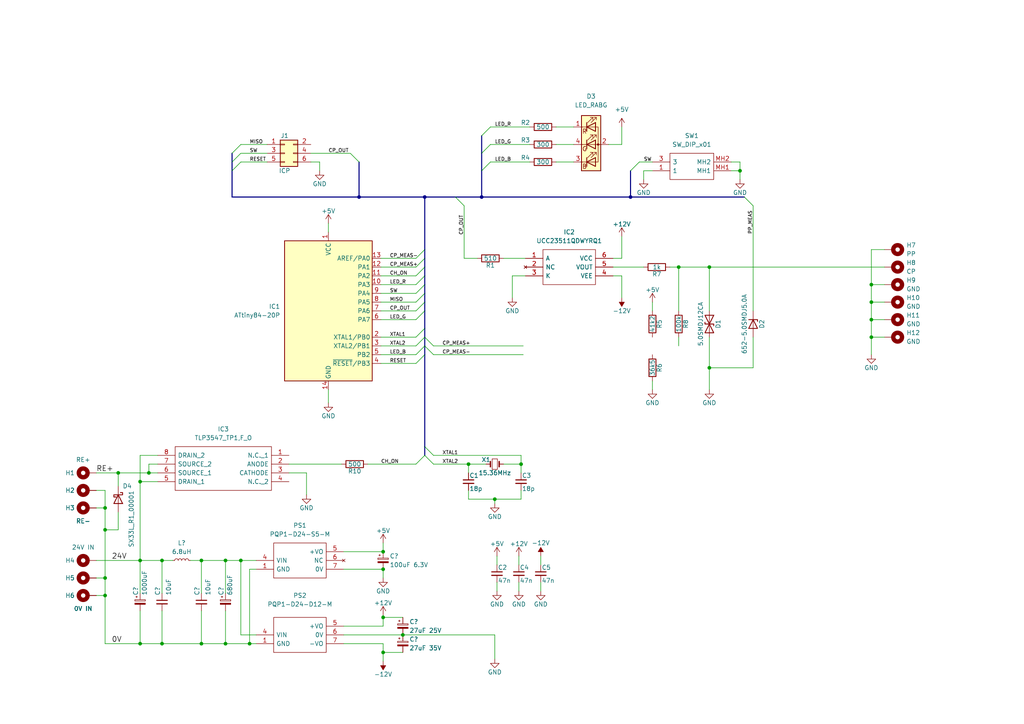
<source format=kicad_sch>
(kicad_sch (version 20211123) (generator eeschema)
  (paper "A4")
  (lib_symbols
    (symbol "Connector_Generic:Conn_02x03_Odd_Even" (pin_names (offset 1.016) hide)
      (property "Reference" "J" (at 1.27 5.08 0))
      (property "Value" "Conn_02x03_Odd_Even" (at 1.27 -5.08 0))
      (symbol "Conn_02x03_Odd_Even_1_1"
        (rectangle (start -1.27 -2.413) (end 0 -2.667) (stroke (width 0.1524)))
        (rectangle (start -1.27 0.127) (end 0 -0.127) (stroke (width 0.1524)))
        (rectangle (start -1.27 2.667) (end 0 2.413) (stroke (width 0.1524)))
        (rectangle (start -1.27 3.81) (end 3.81 -3.81) (stroke (width 0.254)) (fill (type background)))
        (rectangle (start 3.81 -2.413) (end 2.54 -2.667) (stroke (width 0.1524)))
        (rectangle (start 3.81 0.127) (end 2.54 -0.127) (stroke (width 0.1524)))
        (rectangle (start 3.81 2.667) (end 2.54 2.413) (stroke (width 0.1524)))
        (pin passive line (at -5.08 2.54 0) (length 3.81) (name "Pin_1") (number "1"))
        (pin passive line (at 7.62 2.54 180) (length 3.81) (name "Pin_2") (number "2"))
        (pin passive line (at -5.08 0 0) (length 3.81) (name "Pin_3") (number "3"))
        (pin passive line (at 7.62 0 180) (length 3.81) (name "Pin_4") (number "4"))
        (pin passive line (at -5.08 -2.54 0) (length 3.81) (name "Pin_5") (number "5"))
        (pin passive line (at 7.62 -2.54 180) (length 3.81) (name "Pin_6") (number "6"))
      )
    )
    (symbol "Device:C_Polarized_Small" (pin_numbers hide) (pin_names (offset 0.254) hide)
      (property "Reference" "C" (at 0.254 1.778 0))
      (property "Value" "C_Polarized_Small" (at 0.254 -2.032 0))
      (symbol "C_Polarized_Small_0_1"
        (rectangle (start -1.524 -0.3048) (end 1.524 -0.6858) (fill (type outline)))
        (rectangle (start -1.524 0.6858) (end 1.524 0.3048))
        (polyline (pts (xy -1.27 1.524) (xy -0.762 1.524)))
        (polyline (pts (xy -1.016 1.27) (xy -1.016 1.778)))
      )
      (symbol "C_Polarized_Small_1_1"
        (pin passive line (at 0 2.54 270) (length 1.8542) (name "~") (number "1"))
        (pin passive line (at 0 -2.54 90) (length 1.8542) (name "~") (number "2"))
      )
    )
    (symbol "Device:C_Small" (pin_numbers hide) (pin_names (offset 0.254) hide)
      (property "Reference" "C" (at 0.254 1.778 0))
      (property "Value" "C_Small" (at 0.254 -2.032 0))
      (symbol "C_Small_0_1"
        (polyline (pts (xy -1.524 -0.508) (xy 1.524 -0.508)) (stroke (width 0.3302)))
        (polyline (pts (xy -1.524 0.508) (xy 1.524 0.508)) (stroke (width 0.3048)))
      )
      (symbol "C_Small_1_1"
        (pin passive line (at 0 2.54 270) (length 2.032) (name "~") (number "1"))
        (pin passive line (at 0 -2.54 90) (length 2.032) (name "~") (number "2"))
      )
    )
    (symbol "Device:Crystal_Small" (pin_numbers hide) (pin_names (offset 1.016) hide)
      (property "Reference" "Y" (at 0 2.54 0))
      (property "Value" "Crystal_Small" (at 0 -2.54 0))
      (symbol "Crystal_Small_0_1"
        (rectangle (start -0.762 -1.524) (end 0.762 1.524))
        (polyline (pts (xy -1.27 -0.762) (xy -1.27 0.762)) (stroke (width 0.381)))
        (polyline (pts (xy 1.27 -0.762) (xy 1.27 0.762)) (stroke (width 0.381)))
      )
      (symbol "Crystal_Small_1_1"
        (pin passive line (at -2.54 0 0) (length 1.27) (name "1") (number "1"))
        (pin passive line (at 2.54 0 180) (length 1.27) (name "2") (number "2"))
      )
    )
    (symbol "Device:D_Schottky" (pin_numbers hide) (pin_names (offset 1.016) hide)
      (property "Reference" "D" (at 0 2.54 0))
      (property "Value" "D_Schottky" (at 0 -2.54 0))
      (symbol "D_Schottky_0_1"
        (polyline (pts (xy 1.27 0) (xy -1.27 0)))
        (polyline (pts (xy 1.27 1.27) (xy 1.27 -1.27) (xy -1.27 0) (xy 1.27 1.27)) (stroke (width 0.254)))
        (polyline (pts (xy -1.905 0.635) (xy -1.905 1.27) (xy -1.27 1.27) (xy -1.27 -1.27) (xy -0.635 -1.27) (xy -0.635 -0.635)) (stroke (width 0.254)))
      )
      (symbol "D_Schottky_1_1"
        (pin passive line (at -3.81 0 0) (length 2.54) (name "K") (number "1"))
        (pin passive line (at 3.81 0 180) (length 2.54) (name "A") (number "2"))
      )
    )
    (symbol "Device:D_TVS" (pin_numbers hide) (pin_names (offset 1.016) hide)
      (property "Reference" "D" (at 0 2.54 0))
      (property "Value" "D_TVS" (at 0 -2.54 0))
      (symbol "D_TVS_0_1"
        (polyline (pts (xy 1.27 0) (xy -1.27 0)))
        (polyline (pts (xy 0.508 1.27) (xy 0 1.27) (xy 0 -1.27) (xy -0.508 -1.27)) (stroke (width 0.254)))
        (polyline (pts (xy -2.54 1.27) (xy -2.54 -1.27) (xy 2.54 1.27) (xy 2.54 -1.27) (xy -2.54 1.27)) (stroke (width 0.254)))
      )
      (symbol "D_TVS_1_1"
        (pin passive line (at -3.81 0 0) (length 2.54) (name "A1") (number "1"))
        (pin passive line (at 3.81 0 180) (length 2.54) (name "A2") (number "2"))
      )
    )
    (symbol "Device:D_Zener" (pin_numbers hide) (pin_names (offset 1.016) hide)
      (property "Reference" "D" (at 0 2.54 0))
      (property "Value" "D_Zener" (at 0 -2.54 0))
      (symbol "D_Zener_0_1"
        (polyline (pts (xy 1.27 0) (xy -1.27 0)))
        (polyline (pts (xy -1.27 -1.27) (xy -1.27 1.27) (xy -0.762 1.27)) (stroke (width 0.254)))
        (polyline (pts (xy 1.27 -1.27) (xy 1.27 1.27) (xy -1.27 0) (xy 1.27 -1.27)) (stroke (width 0.254)))
      )
      (symbol "D_Zener_1_1"
        (pin passive line (at -3.81 0 0) (length 2.54) (name "K") (number "1"))
        (pin passive line (at 3.81 0 180) (length 2.54) (name "A") (number "2"))
      )
    )
    (symbol "Device:LED_RABG" (pin_names (offset 0) hide)
      (property "Reference" "D" (at 0 9.398 0))
      (property "Value" "LED_RABG" (at 0 -8.89 0))
      (symbol "LED_RABG_0_0"
        (text "B" (at -1.905 -6.35 0) (effects (font (size 1.27 1.27))))
        (text "G" (at -1.905 -1.27 0) (effects (font (size 1.27 1.27))))
        (text "R" (at -1.905 3.81 0) (effects (font (size 1.27 1.27))))
      )
      (symbol "LED_RABG_0_1"
        (polyline (pts (xy -1.27 -5.08) (xy -2.54 -5.08)))
        (polyline (pts (xy -1.27 -5.08) (xy 1.27 -5.08)))
        (polyline (pts (xy -1.27 -3.81) (xy -1.27 -6.35)) (stroke (width 0.254)))
        (polyline (pts (xy -1.27 0) (xy -2.54 0)))
        (polyline (pts (xy -1.27 1.27) (xy -1.27 -1.27)) (stroke (width 0.254)))
        (polyline (pts (xy -1.27 5.08) (xy -2.54 5.08)))
        (polyline (pts (xy -1.27 5.08) (xy 1.27 5.08)))
        (polyline (pts (xy -1.27 6.35) (xy -1.27 3.81)) (stroke (width 0.254)))
        (polyline (pts (xy 1.27 0) (xy -1.27 0)))
        (polyline (pts (xy 1.27 0) (xy 2.54 0)))
        (polyline (pts (xy -1.27 1.27) (xy -1.27 -1.27) (xy -1.27 -1.27)))
        (polyline (pts (xy -1.27 6.35) (xy -1.27 3.81) (xy -1.27 3.81)))
        (polyline (pts (xy 1.27 -5.08) (xy 2.032 -5.08) (xy 2.032 5.08) (xy 1.27 5.08)))
        (polyline (pts (xy 1.27 -3.81) (xy 1.27 -6.35) (xy -1.27 -5.08) (xy 1.27 -3.81)) (stroke (width 0.254)))
        (polyline (pts (xy 1.27 1.27) (xy 1.27 -1.27) (xy -1.27 0) (xy 1.27 1.27)) (stroke (width 0.254)))
        (polyline (pts (xy 1.27 6.35) (xy 1.27 3.81) (xy -1.27 5.08) (xy 1.27 6.35)) (stroke (width 0.254)))
        (polyline (pts (xy -1.016 -3.81) (xy 0.508 -2.286) (xy -0.254 -2.286) (xy 0.508 -2.286) (xy 0.508 -3.048)))
        (polyline (pts (xy -1.016 1.27) (xy 0.508 2.794) (xy -0.254 2.794) (xy 0.508 2.794) (xy 0.508 2.032)))
        (polyline (pts (xy -1.016 6.35) (xy 0.508 7.874) (xy -0.254 7.874) (xy 0.508 7.874) (xy 0.508 7.112)))
        (polyline (pts (xy 0 -3.81) (xy 1.524 -2.286) (xy 0.762 -2.286) (xy 1.524 -2.286) (xy 1.524 -3.048)))
        (polyline (pts (xy 0 1.27) (xy 1.524 2.794) (xy 0.762 2.794) (xy 1.524 2.794) (xy 1.524 2.032)))
        (polyline (pts (xy 0 6.35) (xy 1.524 7.874) (xy 0.762 7.874) (xy 1.524 7.874) (xy 1.524 7.112)))
        (rectangle (start 1.27 -1.27) (end 1.27 1.27))
        (rectangle (start 1.27 1.27) (end 1.27 1.27))
        (rectangle (start 1.27 3.81) (end 1.27 6.35))
        (rectangle (start 1.27 6.35) (end 1.27 6.35))
        (circle (center 2.032 0) (radius 0.254) (fill (type outline)))
        (rectangle (start 2.794 8.382) (end -2.794 -7.62) (stroke (width 0.254)) (fill (type background)))
      )
      (symbol "LED_RABG_1_1"
        (pin passive line (at -5.08 5.08 0) (length 2.54) (name "RK") (number "1"))
        (pin passive line (at 5.08 0 180) (length 2.54) (name "A") (number "2"))
        (pin passive line (at -5.08 -5.08 0) (length 2.54) (name "BK") (number "3"))
        (pin passive line (at -5.08 0 0) (length 2.54) (name "GK") (number "4"))
      )
    )
    (symbol "Device:L_Small" (pin_numbers hide) (pin_names (offset 0.254) hide)
      (property "Reference" "L" (at 0.762 1.016 0))
      (property "Value" "L_Small" (at 0.762 -1.016 0))
      (symbol "L_Small_0_1"
        (arc (start 0 -2.032) (mid 0.508 -1.524) (end 0 -1.016))
        (arc (start 0 -1.016) (mid 0.508 -0.508) (end 0 0))
        (arc (start 0 0) (mid 0.508 0.508) (end 0 1.016))
        (arc (start 0 1.016) (mid 0.508 1.524) (end 0 2.032))
      )
      (symbol "L_Small_1_1"
        (pin passive line (at 0 2.54 270) (length 0.508) (name "~") (number "1"))
        (pin passive line (at 0 -2.54 90) (length 0.508) (name "~") (number "2"))
      )
    )
    (symbol "Device:R" (pin_numbers hide) (pin_names (offset 0))
      (property "Reference" "R" (at 2.032 0 90))
      (property "Value" "R" (at 0 0 90))
      (symbol "R_0_1"
        (rectangle (start -1.016 -2.54) (end 1.016 2.54) (stroke (width 0.254)))
      )
      (symbol "R_1_1"
        (pin passive line (at 0 3.81 270) (length 1.27) (name "~") (number "1"))
        (pin passive line (at 0 -3.81 90) (length 1.27) (name "~") (number "2"))
      )
    )
    (symbol "MCU_Microchip_ATtiny:ATtiny84-20P"
      (property "Reference" "U" (at -12.7 21.59 0))
      (property "Value" "ATtiny84-20P" (at 2.54 -21.59 0))
      (symbol "ATtiny84-20P_0_1"
        (rectangle (start -12.7 -20.32) (end 12.7 20.32) (stroke (width 0.254)) (fill (type background)))
      )
      (symbol "ATtiny84-20P_1_1"
        (pin power_in line (at 0 22.86 270) (length 2.54) (name "VCC") (number "1"))
        (pin bidirectional line (at 15.24 7.62 180) (length 2.54) (name "PA3") (number "10"))
        (pin bidirectional line (at 15.24 10.16 180) (length 2.54) (name "PA2") (number "11"))
        (pin bidirectional line (at 15.24 12.7 180) (length 2.54) (name "PA1") (number "12"))
        (pin bidirectional line (at 15.24 15.24 180) (length 2.54) (name "AREF/PA0") (number "13"))
        (pin power_in line (at 0 -22.86 90) (length 2.54) (name "GND") (number "14"))
        (pin bidirectional line (at 15.24 -7.62 180) (length 2.54) (name "XTAL1/PB0") (number "2"))
        (pin bidirectional line (at 15.24 -10.16 180) (length 2.54) (name "XTAL2/PB1") (number "3"))
        (pin bidirectional line (at 15.24 -15.24 180) (length 2.54) (name "~{RESET}/PB3") (number "4"))
        (pin bidirectional line (at 15.24 -12.7 180) (length 2.54) (name "PB2") (number "5"))
        (pin bidirectional line (at 15.24 -2.54 180) (length 2.54) (name "PA7") (number "6"))
        (pin bidirectional line (at 15.24 0 180) (length 2.54) (name "PA6") (number "7"))
        (pin bidirectional line (at 15.24 2.54 180) (length 2.54) (name "PA5") (number "8"))
        (pin bidirectional line (at 15.24 5.08 180) (length 2.54) (name "PA4") (number "9"))
      )
    )
    (symbol "Mechanical:MountingHole_Pad" (pin_numbers hide) (pin_names (offset 1.016) hide)
      (property "Reference" "H" (at 0 6.35 0))
      (property "Value" "MountingHole_Pad" (at 0 4.445 0))
      (symbol "MountingHole_Pad_0_1"
        (circle (center 0 1.27) (radius 1.27) (stroke (width 1.27)))
      )
      (symbol "MountingHole_Pad_1_1"
        (pin input line (at 0 -2.54 90) (length 2.54) (name "1") (number "1"))
      )
    )
    (symbol "PQP1-D24-S5-M_1" (pin_names (offset 0.762))
      (property "Reference" "PS?" (at 12.7 12.7 0))
      (property "Value" "PQP1-D24-D12-M" (at 12.7 10.16 0))
      (symbol "PQP1-D24-S5-M_1_0_0"
        (pin power_in line (at 0 0 0) (length 5.08) (name "GND") (number "1"))
        (pin power_in line (at 0 -2.54 0) (length 5.08) (name "VIN") (number "4"))
        (pin power_out line (at 25.4 -5.08 180) (length 5.08) (name "+VO") (number "5"))
        (pin power_out line (at 25.4 -2.54 180) (length 5.08) (name "0V") (number "6"))
        (pin power_out line (at 25.4 0 180) (length 5.08) (name "-VO") (number "7"))
      )
      (symbol "PQP1-D24-S5-M_1_0_1"
        (polyline (pts (xy 5.08 2.54) (xy 20.32 2.54) (xy 20.32 -7.62) (xy 5.08 -7.62) (xy 5.08 2.54)) (stroke (width 0.1524)))
      )
    )
    (symbol "SamacSys_Parts:PQP1-D24-S5-M" (pin_names (offset 0.762))
      (property "Reference" "PS" (at 21.59 7.62 0))
      (property "Value" "PQP1-D24-S5-M" (at 21.59 5.08 0))
      (symbol "PQP1-D24-S5-M_0_0"
        (pin passive line (at 0 0 0) (length 5.08) (name "GND") (number "1"))
        (pin passive line (at 0 -2.54 0) (length 5.08) (name "VIN") (number "4"))
        (pin passive line (at 25.4 -5.08 180) (length 5.08) (name "+VO") (number "5"))
        (pin no_connect line (at 25.4 -2.54 180) (length 5.08) (name "NC") (number "6"))
        (pin passive line (at 25.4 0 180) (length 5.08) (name "0V") (number "7"))
      )
      (symbol "PQP1-D24-S5-M_0_1"
        (polyline (pts (xy 5.08 2.54) (xy 20.32 2.54) (xy 20.32 -7.62) (xy 5.08 -7.62) (xy 5.08 2.54)) (stroke (width 0.1524)))
      )
    )
    (symbol "SamacSys_Parts:TLP3547_TP1,F_O" (pin_names (offset 0.762))
      (property "Reference" "IC" (at 34.29 7.62 0))
      (property "Value" "TLP3547_TP1,F_O" (at 34.29 5.08 0))
      (symbol "TLP3547_TP1,F_O_0_0"
        (pin passive line (at 0 0 0) (length 5.08) (name "N.C._1") (number "1"))
        (pin passive line (at 0 -2.54 0) (length 5.08) (name "ANODE") (number "2"))
        (pin passive line (at 0 -5.08 0) (length 5.08) (name "CATHODE") (number "3"))
        (pin passive line (at 0 -7.62 0) (length 5.08) (name "N.C._2") (number "4"))
        (pin passive line (at 38.1 -7.62 180) (length 5.08) (name "DRAIN_1") (number "5"))
        (pin passive line (at 38.1 -5.08 180) (length 5.08) (name "SOURCE_1") (number "6"))
        (pin passive line (at 38.1 -2.54 180) (length 5.08) (name "SOURCE_2") (number "7"))
        (pin passive line (at 38.1 0 180) (length 5.08) (name "DRAIN_2") (number "8"))
      )
      (symbol "TLP3547_TP1,F_O_0_1"
        (polyline (pts (xy 5.08 2.54) (xy 33.02 2.54) (xy 33.02 -10.16) (xy 5.08 -10.16) (xy 5.08 2.54)) (stroke (width 0.1524)))
      )
    )
    (symbol "SamacSys_Parts:TPA11CGRA004" (pin_names (offset 0.762))
      (property "Reference" "J" (at 19.05 7.62 0))
      (property "Value" "TPA11CGRA004" (at 19.05 5.08 0))
      (symbol "TPA11CGRA004_0_0"
        (pin passive line (at 22.86 -2.54 180) (length 5.08) (name "1") (number "1"))
        (pin passive line (at 22.86 0 180) (length 5.08) (name "3") (number "3"))
        (pin passive line (at 0 -2.54 0) (length 5.08) (name "MH1") (number "MH1"))
        (pin passive line (at 0 0 0) (length 5.08) (name "MH2") (number "MH2"))
      )
      (symbol "TPA11CGRA004_0_1"
        (polyline (pts (xy 5.08 2.54) (xy 17.78 2.54) (xy 17.78 -5.08) (xy 5.08 -5.08) (xy 5.08 2.54)) (stroke (width 0.1524)))
      )
    )
    (symbol "SamacSys_Parts:UCC23511QDWYRQ1" (pin_names (offset 0.762))
      (property "Reference" "IC" (at 21.59 7.62 0))
      (property "Value" "UCC23511QDWYRQ1" (at 21.59 5.08 0))
      (symbol "UCC23511QDWYRQ1_0_0"
        (pin passive line (at 0 0 0) (length 5.08) (name "A") (number "1"))
        (pin no_connect line (at 0 -2.54 0) (length 5.08) (name "NC") (number "2"))
        (pin passive line (at 0 -5.08 0) (length 5.08) (name "K") (number "3"))
        (pin passive line (at 25.4 -5.08 180) (length 5.08) (name "VEE") (number "4"))
        (pin passive line (at 25.4 -2.54 180) (length 5.08) (name "VOUT") (number "5"))
        (pin passive line (at 25.4 0 180) (length 5.08) (name "VCC") (number "6"))
      )
      (symbol "UCC23511QDWYRQ1_0_1"
        (polyline (pts (xy 5.08 2.54) (xy 20.32 2.54) (xy 20.32 -7.62) (xy 5.08 -7.62) (xy 5.08 2.54)) (stroke (width 0.1524)))
      )
    )
    (symbol "power:+12V" (power) (pin_names (offset 0))
      (property "Value" "+12V" (at 0 3.556 0))
      (symbol "+12V_0_1"
        (polyline (pts (xy -0.762 1.27) (xy 0 2.54)))
        (polyline (pts (xy 0 0) (xy 0 2.54)))
        (polyline (pts (xy 0 2.54) (xy 0.762 1.27)))
      )
      (symbol "+12V_1_1"
        (pin power_in line (at 0 0 90) (length 0) hide (name "+12V") (number "1"))
      )
    )
    (symbol "power:+5V" (power) (pin_names (offset 0))
      (property "Value" "+5V" (at 0 3.556 0))
      (symbol "+5V_0_1"
        (polyline (pts (xy -0.762 1.27) (xy 0 2.54)))
        (polyline (pts (xy 0 0) (xy 0 2.54)))
        (polyline (pts (xy 0 2.54) (xy 0.762 1.27)))
      )
      (symbol "+5V_1_1"
        (pin power_in line (at 0 0 90) (length 0) hide (name "+5V") (number "1"))
      )
    )
    (symbol "power:-12V" (power) (pin_names (offset 0))
      (property "Value" "-12V" (at 0 3.81 0))
      (symbol "-12V_0_0"
        (pin power_in line (at 0 0 90) (length 0) hide (name "-12V") (number "1"))
      )
      (symbol "-12V_0_1"
        (polyline (pts (xy 0 0) (xy 0 1.27) (xy 0.762 1.27) (xy 0 2.54) (xy -0.762 1.27) (xy 0 1.27)) (fill (type outline)))
      )
    )
    (symbol "power:GND" (power) (pin_names (offset 0))
      (property "Value" "GND" (at 0 -3.81 0))
      (symbol "GND_0_1"
        (polyline (pts (xy 0 0) (xy 0 -1.27) (xy 1.27 -1.27) (xy 0 -2.54) (xy -1.27 -1.27) (xy 0 -1.27)))
      )
      (symbol "GND_1_1"
        (pin power_in line (at 0 0 270) (length 0) hide (name "GND") (number "1"))
      )
    )
  )
  (junction (at 252.73 82.55))
  (junction (at 58.42 186.69))
  (junction (at 65.405 162.56))
  (junction (at 151.13 134.62))
  (junction (at 123.19 57.15))
  (junction (at 205.74 106.68))
  (junction (at 111.125 179.07))
  (junction (at 135.89 134.62))
  (junction (at 65.405 186.69))
  (junction (at 72.39 186.69))
  (junction (at 196.85 77.47))
  (junction (at 40.64 186.69))
  (junction (at 40.64 139.7))
  (junction (at 182.88 57.15))
  (junction (at 58.42 162.56))
  (junction (at 40.64 162.56))
  (junction (at 111.125 160.02))
  (junction (at 116.84 184.15))
  (junction (at 143.51 144.78))
  (junction (at 30.48 147.32))
  (junction (at 111.125 189.23))
  (junction (at 111.125 165.1))
  (junction (at 46.99 162.56))
  (junction (at 46.99 186.69))
  (junction (at 252.73 97.79))
  (junction (at 104.14 57.15))
  (junction (at 214.63 49.53))
  (junction (at 252.73 87.63))
  (junction (at 30.48 172.72))
  (junction (at 34.29 137.16))
  (junction (at 43.18 137.16))
  (junction (at 69.85 162.56))
  (junction (at 30.48 167.64))
  (junction (at 139.7 57.15))
  (junction (at 205.74 77.47))
  (junction (at 30.48 153.67))
  (junction (at 252.73 92.71))
  (bus_entry (at 120.65 97.79) (size 2.54 -2.54))
  (bus_entry (at 120.65 92.71) (size 2.54 -2.54))
  (bus_entry (at 120.65 102.87) (size 2.54 -2.54))
  (bus_entry (at 120.65 74.93) (size 2.54 -2.54))
  (bus_entry (at 120.65 87.63) (size 2.54 -2.54))
  (bus_entry (at 123.19 100.33) (size 2.54 2.54))
  (bus_entry (at 139.7 44.45) (size 2.54 -2.54))
  (bus_entry (at 120.65 105.41) (size 2.54 -2.54))
  (bus_entry (at 120.65 90.17) (size 2.54 -2.54))
  (bus_entry (at 139.7 39.37) (size 2.54 -2.54))
  (bus_entry (at 67.31 49.53) (size 2.54 -2.54))
  (bus_entry (at 67.31 44.45) (size 2.54 -2.54))
  (bus_entry (at 123.19 129.54) (size 2.54 2.54))
  (bus_entry (at 123.19 132.08) (size 2.54 2.54))
  (bus_entry (at 120.65 85.09) (size 2.54 -2.54))
  (bus_entry (at 120.65 82.55) (size 2.54 -2.54))
  (bus_entry (at 120.65 134.62) (size 2.54 -2.54))
  (bus_entry (at 101.6 44.45) (size 2.54 2.54))
  (bus_entry (at 120.65 77.47) (size 2.54 -2.54))
  (bus_entry (at 139.7 49.53) (size 2.54 -2.54))
  (bus_entry (at 120.65 80.01) (size 2.54 -2.54))
  (bus_entry (at 215.9 57.15) (size 2.54 2.54))
  (bus_entry (at 120.65 100.33) (size 2.54 -2.54))
  (bus_entry (at 132.08 57.15) (size 2.54 2.54))
  (bus_entry (at 185.42 46.99) (size -2.54 2.54))
  (bus_entry (at 123.19 97.79) (size 2.54 2.54))
  (bus_entry (at 67.31 46.99) (size 2.54 -2.54))
  (wire (pts (xy 111.125 179.07) (xy 111.125 178.435)))
  (wire (pts (xy 177.8 80.01) (xy 180.34 80.01)))
  (wire (pts (xy 111.125 160.02) (xy 111.125 157.48)))
  (wire (pts (xy 99.695 165.1) (xy 111.125 165.1)))
  (wire (pts (xy 153.67 36.83) (xy 142.24 36.83)))
  (wire (pts (xy 40.64 186.69) (xy 30.48 186.69)))
  (wire (pts (xy 27.94 147.32) (xy 30.48 147.32)))
  (wire (pts (xy 212.09 49.53) (xy 214.63 49.53)))
  (bus (pts (xy 123.19 74.93) (xy 123.19 77.47)))
  (bus (pts (xy 104.14 57.15) (xy 123.19 57.15)))
  (wire (pts (xy 111.125 179.07) (xy 116.84 179.07)))
  (wire (pts (xy 40.64 162.56) (xy 46.99 162.56)))
  (wire (pts (xy 205.74 106.68) (xy 218.44 106.68)))
  (wire (pts (xy 90.17 44.45) (xy 101.6 44.45)))
  (wire (pts (xy 69.85 184.15) (xy 69.85 162.56)))
  (wire (pts (xy 30.48 172.72) (xy 30.48 167.64)))
  (wire (pts (xy 77.47 44.45) (xy 69.85 44.45)))
  (wire (pts (xy 110.49 80.01) (xy 120.65 80.01)))
  (wire (pts (xy 177.8 74.93) (xy 180.34 74.93)))
  (wire (pts (xy 30.48 153.67) (xy 30.48 167.64)))
  (wire (pts (xy 151.13 134.62) (xy 151.13 137.16)))
  (bus (pts (xy 123.19 72.39) (xy 123.19 74.93)))
  (bus (pts (xy 123.19 90.17) (xy 123.19 95.25)))
  (wire (pts (xy 134.62 74.93) (xy 134.62 59.69)))
  (wire (pts (xy 65.405 186.69) (xy 58.42 186.69)))
  (wire (pts (xy 46.99 177.165) (xy 46.99 186.69)))
  (wire (pts (xy 146.05 74.93) (xy 152.4 74.93)))
  (wire (pts (xy 148.59 80.01) (xy 148.59 86.36)))
  (wire (pts (xy 110.49 90.17) (xy 120.65 90.17)))
  (bus (pts (xy 139.7 57.15) (xy 182.88 57.15)))
  (wire (pts (xy 72.39 165.1) (xy 72.39 186.69)))
  (wire (pts (xy 144.145 168.91) (xy 144.145 171.45)))
  (bus (pts (xy 123.19 129.54) (xy 123.19 132.08)))
  (wire (pts (xy 214.63 46.99) (xy 212.09 46.99)))
  (wire (pts (xy 177.8 77.47) (xy 186.69 77.47)))
  (bus (pts (xy 67.31 49.53) (xy 67.31 57.15)))
  (wire (pts (xy 125.73 100.33) (xy 151.765 100.33)))
  (wire (pts (xy 252.73 92.71) (xy 252.73 97.79)))
  (wire (pts (xy 74.295 184.15) (xy 69.85 184.15)))
  (bus (pts (xy 104.14 46.99) (xy 104.14 57.15)))
  (wire (pts (xy 46.99 162.56) (xy 50.165 162.56)))
  (wire (pts (xy 40.64 177.165) (xy 40.64 186.69)))
  (wire (pts (xy 99.695 184.15) (xy 116.84 184.15)))
  (bus (pts (xy 139.7 49.53) (xy 139.7 57.15)))
  (wire (pts (xy 196.85 77.47) (xy 196.85 90.17)))
  (bus (pts (xy 123.19 97.79) (xy 123.19 100.33)))
  (bus (pts (xy 123.19 85.09) (xy 123.19 87.63)))
  (wire (pts (xy 151.13 132.08) (xy 125.73 132.08)))
  (bus (pts (xy 123.19 100.33) (xy 123.19 102.87)))
  (wire (pts (xy 83.82 134.62) (xy 99.06 134.62)))
  (wire (pts (xy 110.49 100.33) (xy 120.65 100.33)))
  (wire (pts (xy 34.29 137.16) (xy 34.29 140.97)))
  (wire (pts (xy 116.84 184.15) (xy 143.51 184.15)))
  (wire (pts (xy 92.71 46.99) (xy 92.71 49.53)))
  (wire (pts (xy 88.9 137.16) (xy 83.82 137.16)))
  (wire (pts (xy 120.65 134.62) (xy 106.68 134.62)))
  (wire (pts (xy 135.89 137.16) (xy 135.89 134.62)))
  (wire (pts (xy 125.73 102.87) (xy 151.765 102.87)))
  (wire (pts (xy 46.99 186.69) (xy 40.64 186.69)))
  (wire (pts (xy 180.34 41.91) (xy 180.34 36.83)))
  (wire (pts (xy 43.18 134.62) (xy 43.18 137.16)))
  (wire (pts (xy 92.71 46.99) (xy 90.17 46.99)))
  (wire (pts (xy 110.49 97.79) (xy 120.65 97.79)))
  (wire (pts (xy 110.49 77.47) (xy 120.65 77.47)))
  (wire (pts (xy 99.695 186.69) (xy 111.125 186.69)))
  (bus (pts (xy 123.19 77.47) (xy 123.19 80.01)))
  (bus (pts (xy 139.7 39.37) (xy 139.7 44.45)))
  (bus (pts (xy 123.19 80.01) (xy 123.19 82.55)))
  (wire (pts (xy 161.29 36.83) (xy 166.37 36.83)))
  (wire (pts (xy 142.24 46.99) (xy 153.67 46.99)))
  (wire (pts (xy 161.29 46.99) (xy 166.37 46.99)))
  (wire (pts (xy 46.99 162.56) (xy 46.99 172.085)))
  (wire (pts (xy 58.42 162.56) (xy 65.405 162.56)))
  (wire (pts (xy 252.73 97.79) (xy 256.54 97.79)))
  (wire (pts (xy 180.34 80.01) (xy 180.34 86.36)))
  (wire (pts (xy 40.64 162.56) (xy 40.64 139.7)))
  (wire (pts (xy 256.54 82.55) (xy 252.73 82.55)))
  (wire (pts (xy 58.42 186.69) (xy 46.99 186.69)))
  (wire (pts (xy 185.42 46.99) (xy 189.23 46.99)))
  (wire (pts (xy 153.67 41.91) (xy 142.24 41.91)))
  (wire (pts (xy 252.73 82.55) (xy 252.73 72.39)))
  (bus (pts (xy 123.19 87.63) (xy 123.19 90.17)))
  (wire (pts (xy 196.85 77.47) (xy 205.74 77.47)))
  (wire (pts (xy 34.29 137.16) (xy 43.18 137.16)))
  (bus (pts (xy 182.88 57.15) (xy 215.9 57.15)))
  (wire (pts (xy 58.42 177.165) (xy 58.42 186.69)))
  (wire (pts (xy 69.85 41.91) (xy 77.47 41.91)))
  (wire (pts (xy 143.51 184.15) (xy 143.51 191.135)))
  (wire (pts (xy 27.94 167.64) (xy 30.48 167.64)))
  (wire (pts (xy 30.48 147.32) (xy 30.48 142.24)))
  (wire (pts (xy 40.64 139.7) (xy 40.64 132.08)))
  (wire (pts (xy 99.695 181.61) (xy 111.125 181.61)))
  (wire (pts (xy 99.695 160.02) (xy 111.125 160.02)))
  (wire (pts (xy 156.845 161.29) (xy 156.845 163.83)))
  (wire (pts (xy 252.73 82.55) (xy 252.73 87.63)))
  (wire (pts (xy 252.73 72.39) (xy 256.54 72.39)))
  (wire (pts (xy 95.25 64.77) (xy 95.25 67.31)))
  (wire (pts (xy 205.74 97.79) (xy 205.74 106.68)))
  (wire (pts (xy 150.495 171.45) (xy 150.495 168.91)))
  (wire (pts (xy 65.405 162.56) (xy 69.85 162.56)))
  (bus (pts (xy 132.08 57.15) (xy 139.7 57.15)))
  (wire (pts (xy 135.89 142.24) (xy 135.89 144.78)))
  (wire (pts (xy 205.74 77.47) (xy 256.54 77.47)))
  (wire (pts (xy 110.49 82.55) (xy 120.65 82.55)))
  (wire (pts (xy 43.18 137.16) (xy 45.72 137.16)))
  (bus (pts (xy 67.31 57.15) (xy 104.14 57.15)))
  (bus (pts (xy 67.31 44.45) (xy 67.31 46.99)))
  (wire (pts (xy 30.48 142.24) (xy 27.94 142.24)))
  (wire (pts (xy 194.31 77.47) (xy 196.85 77.47)))
  (wire (pts (xy 111.125 189.23) (xy 116.84 189.23)))
  (wire (pts (xy 125.73 134.62) (xy 135.89 134.62)))
  (wire (pts (xy 77.47 46.99) (xy 69.85 46.99)))
  (wire (pts (xy 150.495 163.83) (xy 150.495 161.29)))
  (wire (pts (xy 27.94 172.72) (xy 30.48 172.72)))
  (wire (pts (xy 88.9 143.51) (xy 88.9 137.16)))
  (wire (pts (xy 252.73 87.63) (xy 256.54 87.63)))
  (wire (pts (xy 152.4 80.01) (xy 148.59 80.01)))
  (wire (pts (xy 111.125 165.1) (xy 111.125 167.64)))
  (bus (pts (xy 67.31 46.99) (xy 67.31 49.53)))
  (wire (pts (xy 55.245 162.56) (xy 58.42 162.56)))
  (wire (pts (xy 74.295 165.1) (xy 72.39 165.1)))
  (wire (pts (xy 151.13 132.08) (xy 151.13 134.62)))
  (wire (pts (xy 138.43 74.93) (xy 134.62 74.93)))
  (wire (pts (xy 40.64 162.56) (xy 40.64 172.085)))
  (bus (pts (xy 123.19 57.15) (xy 132.08 57.15)))
  (wire (pts (xy 65.405 177.165) (xy 65.405 186.69)))
  (wire (pts (xy 189.23 87.63) (xy 189.23 90.17)))
  (wire (pts (xy 186.69 49.53) (xy 186.69 52.07)))
  (wire (pts (xy 146.05 134.62) (xy 151.13 134.62)))
  (wire (pts (xy 176.53 41.91) (xy 180.34 41.91)))
  (wire (pts (xy 72.39 186.69) (xy 74.295 186.69)))
  (wire (pts (xy 214.63 49.53) (xy 214.63 46.99)))
  (wire (pts (xy 180.34 74.93) (xy 180.34 68.58)))
  (wire (pts (xy 218.44 106.68) (xy 218.44 97.79)))
  (wire (pts (xy 27.94 162.56) (xy 40.64 162.56)))
  (wire (pts (xy 111.125 181.61) (xy 111.125 179.07)))
  (wire (pts (xy 135.89 144.78) (xy 143.51 144.78)))
  (wire (pts (xy 218.44 59.69) (xy 218.44 90.17)))
  (wire (pts (xy 252.73 87.63) (xy 252.73 92.71)))
  (wire (pts (xy 110.49 85.09) (xy 120.65 85.09)))
  (wire (pts (xy 252.73 92.71) (xy 256.54 92.71)))
  (wire (pts (xy 30.48 186.69) (xy 30.48 172.72)))
  (wire (pts (xy 143.51 144.78) (xy 143.51 146.05)))
  (wire (pts (xy 144.145 161.29) (xy 144.145 163.83)))
  (wire (pts (xy 135.89 134.62) (xy 140.97 134.62)))
  (wire (pts (xy 65.405 186.69) (xy 72.39 186.69)))
  (wire (pts (xy 95.25 113.03) (xy 95.25 116.84)))
  (wire (pts (xy 166.37 41.91) (xy 161.29 41.91)))
  (wire (pts (xy 156.845 168.91) (xy 156.845 171.45)))
  (wire (pts (xy 196.85 100.33) (xy 196.85 97.79)))
  (wire (pts (xy 205.74 77.47) (xy 205.74 90.17)))
  (wire (pts (xy 111.125 189.23) (xy 111.125 191.77)))
  (wire (pts (xy 40.64 139.7) (xy 45.72 139.7)))
  (bus (pts (xy 139.7 44.45) (xy 139.7 49.53)))
  (wire (pts (xy 45.72 134.62) (xy 43.18 134.62)))
  (wire (pts (xy 58.42 162.56) (xy 58.42 172.085)))
  (wire (pts (xy 110.49 74.93) (xy 120.65 74.93)))
  (wire (pts (xy 30.48 153.67) (xy 30.48 147.32)))
  (wire (pts (xy 40.64 132.08) (xy 45.72 132.08)))
  (wire (pts (xy 27.94 137.16) (xy 34.29 137.16)))
  (wire (pts (xy 205.74 106.68) (xy 205.74 113.03)))
  (wire (pts (xy 143.51 144.78) (xy 151.13 144.78)))
  (bus (pts (xy 123.19 95.25) (xy 123.19 97.79)))
  (wire (pts (xy 189.23 49.53) (xy 186.69 49.53)))
  (wire (pts (xy 151.13 144.78) (xy 151.13 142.24)))
  (bus (pts (xy 123.19 102.87) (xy 123.19 129.54)))
  (wire (pts (xy 65.405 162.56) (xy 65.405 172.085)))
  (wire (pts (xy 214.63 52.07) (xy 214.63 49.53)))
  (wire (pts (xy 110.49 102.87) (xy 120.65 102.87)))
  (wire (pts (xy 252.73 97.79) (xy 252.73 102.87)))
  (bus (pts (xy 123.19 57.15) (xy 123.19 72.39)))
  (wire (pts (xy 69.85 162.56) (xy 74.295 162.56)))
  (wire (pts (xy 189.23 110.49) (xy 189.23 113.03)))
  (wire (pts (xy 34.29 148.59) (xy 34.29 153.67)))
  (wire (pts (xy 110.49 92.71) (xy 120.65 92.71)))
  (wire (pts (xy 110.49 87.63) (xy 120.65 87.63)))
  (wire (pts (xy 34.29 153.67) (xy 30.48 153.67)))
  (bus (pts (xy 123.19 82.55) (xy 123.19 85.09)))
  (wire (pts (xy 110.49 105.41) (xy 120.65 105.41)))
  (bus (pts (xy 182.88 49.53) (xy 182.88 57.15)))
  (wire (pts (xy 111.125 186.69) (xy 111.125 189.23)))
  (label "MISO" (at 72.39 41.91 0) (effects (font (size 1.016 1.016))))
  (label "SW" (at 113.03 85.09 0) (effects (font (size 1.016 1.016))))
  (label "CP_MEAS+" (at 113.03 77.47 0) (effects (font (size 1.016 1.016))))
  (label "SW" (at 186.69 46.99 0) (effects (font (size 1.016 1.016))))
  (label "RE+" (at 27.94 137.16 0) (effects (font (size 1.524 1.524))))
  (label "XTAL2" (at 128.27 134.62 0) (effects (font (size 1.016 1.016))))
  (label "LED_G" (at 113.03 92.71 0) (effects (font (size 1.016 1.016))))
  (label "CP_OUT" (at 113.03 90.17 0) (effects (font (size 1.016 1.016))))
  (label "CP_OUT" (at 95.25 44.45 0) (effects (font (size 1.016 1.016))))
  (label "LED_R" (at 143.51 36.83 0) (effects (font (size 1.016 1.016))))
  (label "LED_B" (at 143.51 46.99 0) (effects (font (size 1.016 1.016))))
  (label "LED_B" (at 113.03 102.87 0) (effects (font (size 1.016 1.016))))
  (label "CP_MEAS+" (at 128.27 100.33 0) (effects (font (size 1.016 1.016))))
  (label "CH_ON" (at 110.49 134.62 0) (effects (font (size 1.016 1.016))))
  (label "XTAL1" (at 113.03 97.79 0) (effects (font (size 1.016 1.016))))
  (label "SW" (at 72.39 44.45 0) (effects (font (size 1.016 1.016))))
  (label "XTAL2" (at 113.03 100.33 0) (effects (font (size 1.016 1.016))))
  (label "CP_MEAS-" (at 113.03 74.93 0) (effects (font (size 1.016 1.016))))
  (label "CP_OUT" (at 134.62 62.23 270) (effects (font (size 1.016 1.016))))
  (label "PP_MEAS" (at 218.44 60.96 270) (effects (font (size 1.016 1.016))))
  (label "CH_ON" (at 113.03 80.01 0) (effects (font (size 1.016 1.016))))
  (label "XTAL1" (at 128.27 132.08 0) (effects (font (size 1.016 1.016))))
  (label "RESET" (at 72.39 46.99 0) (effects (font (size 1.016 1.016))))
  (label "LED_G" (at 143.51 41.91 0) (effects (font (size 1.016 1.016))))
  (label "0V" (at 32.385 186.69 0) (effects (font (size 1.524 1.524))))
  (label "LED_R" (at 113.03 82.55 0) (effects (font (size 1.016 1.016))))
  (label "CP_MEAS-" (at 128.27 102.87 0) (effects (font (size 1.016 1.016))))
  (label "MISO" (at 113.03 87.63 0) (effects (font (size 1.016 1.016))))
  (label "24V" (at 32.385 162.56 0) (effects (font (size 1.524 1.524))))
  (label "RESET" (at 113.03 105.41 0) (effects (font (size 1.016 1.016))))
  (symbol (lib_id "Device:Crystal_Small") (at 143.51 134.62 0) (unit 1)
    (property "Reference" "X1" (at 140.97 133.35 0))
    (property "Value" "15.36MHz" (at 143.51 137.16 0))
    (property "Footprint" "Crystal:Crystal_HC49-U_Vertical" (effects hide))
  )
  (symbol (lib_id "Device:C_Small") (at 151.13 139.7 0) (unit 1)
    (property "Reference" "C3" (at 151.384 137.922 0) (effects (justify left)))
    (property "Value" "18p" (at 151.384 141.732 0) (effects (justify left)))
    (property "Footprint" "Capacitor_SMD:C_1206_3216Metric_Pad1.33x1.80mm_HandSolder" (effects hide))
  )
  (symbol (lib_id "Device:C_Small") (at 135.89 139.7 0) (unit 1)
    (property "Reference" "C1" (at 136.144 137.922 0) (effects (justify left)))
    (property "Value" "18p" (at 136.144 141.732 0) (effects (justify left)))
    (property "Footprint" "Capacitor_SMD:C_1206_3216Metric_Pad1.33x1.80mm_HandSolder" (effects hide))
  )
  (symbol (lib_id "power:GND") (at 143.51 146.05 0) (unit 1)
    (property "Reference" "#PWR01" (effects hide))
    (property "Value" "GND" (at 143.51 149.86 0))
  )
  (symbol (lib_id "Device:R") (at 142.24 74.93 270) (unit 1)
    (property "Reference" "R1" (at 142.24 76.962 90))
    (property "Value" "510" (at 142.24 74.93 90))
    (property "Footprint" "Resistor_SMD:R_1210_3225Metric_Pad1.30x2.65mm_HandSolder" (effects hide))
  )
  (symbol (lib_id "power:GND") (at 148.59 86.36 0) (unit 1)
    (property "Reference" "#PWR02" (effects hide))
    (property "Value" "GND" (at 148.59 90.17 0))
  )
  (symbol (lib_id "power:+12V") (at 180.34 68.58 0) (unit 1)
    (property "Reference" "#PWR03" (effects hide))
    (property "Value" "+12V" (at 180.34 65.024 0))
  )
  (symbol (lib_id "power:-12V") (at 180.34 86.36 180) (unit 1)
    (property "Reference" "#PWR019" (effects hide))
    (property "Value" "-12V" (at 180.34 90.17 0))
  )
  (symbol (lib_id "Device:R") (at 190.5 77.47 270) (unit 1)
    (property "Reference" "R7" (at 190.5 79.502 90))
    (property "Value" "1k" (at 190.5 77.47 90))
    (property "Footprint" "Resistor_SMD:R_1210_3225Metric_Pad1.30x2.65mm_HandSolder" (effects hide))
  )
  (symbol (lib_id "power:+5V") (at 95.25 64.77 0) (unit 1)
    (property "Reference" "#PWR04" (effects hide))
    (property "Value" "+5V" (at 95.25 61.214 0))
  )
  (symbol (lib_id "power:GND") (at 95.25 116.84 0) (unit 1)
    (property "Reference" "#PWR05" (effects hide))
    (property "Value" "GND" (at 95.25 120.65 0))
  )
  (symbol (lib_id "Connector_Generic:Conn_02x03_Odd_Even") (at 82.55 44.45 0) (unit 1)
    (property "Reference" "J1" (at 82.55 39.37 0))
    (property "Value" "ICP" (at 82.55 49.53 0))
    (property "Footprint" "Connector_PinHeader_2.54mm:PinHeader_2x03_P2.54mm_Vertical" (effects hide))
  )
  (symbol (lib_id "power:GND") (at 92.71 49.53 0) (unit 1)
    (property "Reference" "#PWR06" (effects hide))
    (property "Value" "GND" (at 92.71 53.34 0))
  )
  (symbol (lib_id "Device:R") (at 196.85 93.98 0) (unit 1)
    (property "Reference" "R8" (at 198.882 93.98 90))
    (property "Value" "100k" (at 196.85 93.98 90))
    (property "Footprint" "Resistor_SMD:R_1210_3225Metric_Pad1.30x2.65mm_HandSolder" (effects hide))
  )
  (symbol (lib_id "Device:R") (at 189.23 93.98 0) (unit 1)
    (property "Reference" "R5" (at 191.262 93.98 90))
    (property "Value" "41k2" (at 189.23 93.98 90))
    (property "Footprint" "Resistor_SMD:R_1210_3225Metric_Pad1.30x2.65mm_HandSolder" (effects hide))
  )
  (symbol (lib_id "Device:R") (at 189.23 106.68 0) (unit 1)
    (property "Reference" "R6" (at 191.262 106.68 90))
    (property "Value" "36k5" (at 189.23 106.68 90))
    (property "Footprint" "Resistor_SMD:R_1210_3225Metric_Pad1.30x2.65mm_HandSolder" (effects hide))
  )
  (symbol (lib_id "power:+5V") (at 189.23 87.63 0) (unit 1)
    (property "Reference" "#PWR07" (effects hide))
    (property "Value" "+5V" (at 189.23 84.074 0))
  )
  (symbol (lib_id "power:GND") (at 189.23 113.03 0) (unit 1)
    (property "Reference" "#PWR0102" (effects hide))
    (property "Value" "GND" (at 189.23 116.84 0))
  )
  (symbol (lib_id "Device:D_TVS") (at 205.74 93.98 270) (unit 1)
    (property "Reference" "D1" (at 208.28 93.98 0))
    (property "Value" "5.0SMDJ12CA" (at 203.2 93.98 0))
    (property "Footprint" "Diode_SMD:D_SMC" (effects hide))
  )
  (symbol (lib_id "power:GND") (at 205.74 113.03 0) (unit 1)
    (property "Reference" "#PWR09" (effects hide))
    (property "Value" "GND" (at 205.74 116.84 0))
  )
  (symbol (lib_id "power:+5V") (at 111.125 157.48 0) (unit 1)
    (property "Reference" "#PWR010" (effects hide))
    (property "Value" "+5V" (at 111.125 153.924 0))
  )
  (symbol (lib_id "power:GND") (at 111.125 167.64 0) (unit 1)
    (property "Reference" "#PWR011" (effects hide))
    (property "Value" "GND" (at 111.125 171.45 0))
  )
  (symbol (lib_id "power:+12V") (at 111.125 178.435 0) (unit 1)
    (property "Reference" "#PWR012" (effects hide))
    (property "Value" "+12V" (at 111.125 174.879 0))
  )
  (symbol (lib_id "power:-12V") (at 111.125 191.77 180) (unit 1)
    (property "Reference" "#PWR08" (effects hide))
    (property "Value" "-12V" (at 111.125 195.58 0))
  )
  (symbol (lib_id "power:GND") (at 143.51 191.135 0) (unit 1)
    (property "Reference" "#PWR013" (effects hide))
    (property "Value" "GND" (at 143.51 194.945 0))
  )
  (symbol (lib_id "Device:C_Small") (at 144.145 166.37 0) (unit 1)
    (property "Reference" "C2" (at 144.399 164.592 0) (effects (justify left)))
    (property "Value" "47n" (at 144.399 168.402 0) (effects (justify left)))
    (property "Footprint" "Capacitor_SMD:C_1206_3216Metric_Pad1.33x1.80mm_HandSolder" (effects hide))
  )
  (symbol (lib_id "Device:C_Small") (at 150.495 166.37 0) (unit 1)
    (property "Reference" "C4" (at 150.749 164.592 0) (effects (justify left)))
    (property "Value" "47n" (at 150.749 168.402 0) (effects (justify left)))
    (property "Footprint" "Capacitor_SMD:C_1206_3216Metric_Pad1.33x1.80mm_HandSolder" (effects hide))
  )
  (symbol (lib_id "Device:C_Small") (at 156.845 166.37 0) (unit 1)
    (property "Reference" "C5" (at 157.099 164.592 0) (effects (justify left)))
    (property "Value" "47n" (at 157.099 168.402 0) (effects (justify left)))
    (property "Footprint" "Capacitor_SMD:C_1206_3216Metric_Pad1.33x1.80mm_HandSolder" (effects hide))
  )
  (symbol (lib_id "power:GND") (at 144.145 171.45 0) (unit 1)
    (property "Reference" "#PWR014" (effects hide))
    (property "Value" "GND" (at 144.145 175.26 0))
  )
  (symbol (lib_id "power:GND") (at 150.495 171.45 0) (unit 1)
    (property "Reference" "#PWR015" (effects hide))
    (property "Value" "GND" (at 150.495 175.26 0))
  )
  (symbol (lib_id "power:GND") (at 156.845 171.45 0) (unit 1)
    (property "Reference" "#PWR016" (effects hide))
    (property "Value" "GND" (at 156.845 175.26 0))
  )
  (symbol (lib_id "power:+5V") (at 144.145 161.29 0) (unit 1)
    (property "Reference" "#PWR017" (effects hide))
    (property "Value" "+5V" (at 144.145 157.734 0))
  )
  (symbol (lib_id "power:+12V") (at 150.495 161.29 0) (unit 1)
    (property "Reference" "#PWR018" (effects hide))
    (property "Value" "+12V" (at 150.495 157.734 0))
  )
  (symbol (lib_id "power:-12V") (at 156.845 161.29 0) (unit 1)
    (property "Reference" "#PWR0101" (effects hide))
    (property "Value" "-12V" (at 156.845 157.48 0))
  )
  (symbol (lib_id "power:GND") (at 252.73 102.87 0) (unit 1)
    (property "Reference" "#PWR0103" (effects hide))
    (property "Value" "GND" (at 252.73 106.68 0))
  )
  (symbol (lib_id "Device:D_Zener") (at 218.44 93.98 270) (unit 1)
    (property "Reference" "D2" (at 220.98 93.98 0))
    (property "Value" "652-5.0SMDJ5.0A" (at 215.9 93.98 0))
    (property "Footprint" "Diode_SMD:D_SMC" (effects hide))
  )
  (symbol (lib_id "power:GND") (at 186.69 52.07 0) (unit 1)
    (property "Reference" "#PWR021" (effects hide))
    (property "Value" "GND" (at 186.69 55.88 0))
  )
  (symbol (lib_id "Device:R") (at 157.48 36.83 270) (unit 1)
    (property "Reference" "R2" (at 152.4 35.56 90))
    (property "Value" "500" (at 157.48 36.83 90))
    (property "Footprint" "Resistor_SMD:R_1210_3225Metric_Pad1.30x2.65mm_HandSolder" (effects hide))
  )
  (symbol (lib_id "Device:R") (at 157.48 41.91 270) (unit 1)
    (property "Reference" "R3" (at 152.4 40.64 90))
    (property "Value" "300" (at 157.48 41.91 90))
    (property "Footprint" "Resistor_SMD:R_1210_3225Metric_Pad1.30x2.65mm_HandSolder" (effects hide))
  )
  (symbol (lib_id "Device:R") (at 157.48 46.99 270) (unit 1)
    (property "Reference" "R4" (at 152.4 45.72 90))
    (property "Value" "300" (at 157.48 46.99 90))
    (property "Footprint" "Resistor_SMD:R_1210_3225Metric_Pad1.30x2.65mm_HandSolder" (effects hide))
  )
  (symbol (lib_id "power:GND") (at 88.9 143.51 0) (unit 1)
    (property "Reference" "#PWR022" (effects hide))
    (property "Value" "GND" (at 88.9 147.32 0))
  )
  (symbol (lib_id "Device:R") (at 102.87 134.62 270) (unit 1)
    (property "Reference" "R10" (at 102.87 136.652 90))
    (property "Value" "500" (at 102.87 134.62 90))
    (property "Footprint" "Resistor_SMD:R_1210_3225Metric_Pad1.30x2.65mm_HandSolder" (effects hide))
  )
  (symbol (lib_id "Mechanical:MountingHole_Pad") (at 259.08 82.55 270) (unit 1)
    (property "Reference" "H9" (at 262.89 81.2799 90) (effects (justify left)))
    (property "Value" "GND" (at 262.89 83.8199 90) (effects (justify left)))
    (property "Footprint" "TestPoint:TestPoint_Loop_D2.60mm_Drill1.4mm_Beaded" (effects hide))
  )
  (symbol (lib_id "SamacSys_Parts:TPA11CGRA004") (at 212.09 46.99 0) (mirror y) (unit 1)
    (property "Reference" "SW1" (at 200.66 39.37 0))
    (property "Value" "SW_DIP_x01" (at 200.66 41.91 0))
    (property "Footprint" "SamacSys_Parts:TPA11CGRA004" (effects hide))
    (property "Datasheet" "https://componentsearchengine.com/Datasheets/2/TPA11CGRA004.pdf" (effects hide))
    (property "Description" "Pushbutton Switches SPST PUSHBUTTON SWITCH ROUND" (effects hide))
    (property "Height" "5.994" (effects hide))
    (property "Mouser Part Number" "506-TPA11CGRA004" (effects hide))
    (property "Mouser Price/Stock" "https://www.mouser.co.uk/ProductDetail/TE-Connectivity-PB/TPA11CGRA004?qs=W6FIH8d5%2F%2F2k4OwjuO5COQ%3D%3D" (effects hide))
    (property "Manufacturer_Name" "TE Connectivity" (effects hide))
    (property "Manufacturer_Part_Number" "TPA11CGRA004" (effects hide))
  )
  (symbol (lib_id "Mechanical:MountingHole_Pad") (at 259.08 77.47 270) (unit 1)
    (property "Reference" "H8" (at 262.89 76.1999 90) (effects (justify left)))
    (property "Value" "CP" (at 262.89 78.7399 90) (effects (justify left)))
    (property "Footprint" "TestPoint:TestPoint_Loop_D2.60mm_Drill1.4mm_Beaded" (effects hide))
  )
  (symbol (lib_id "Device:D_Schottky") (at 34.29 144.78 270) (unit 1)
    (property "Reference" "D4" (at 35.56 140.97 90) (effects (justify left)))
    (property "Value" "SX33L_R1_00001 " (at 38.1 142.24 0) (effects (justify left)))
    (property "Footprint" "Diode_SMD:D_SMA_Handsoldering" (effects hide))
  )
  (symbol (lib_id "Device:C_Small") (at 58.42 174.625 0) (unit 1)
    (property "Reference" "C?" (at 57.15 172.72 90) (effects (justify left)))
    (property "Value" "10uF" (at 60.325 172.72 90) (effects (justify left)))
  )
  (symbol (lib_id "MCU_Microchip_ATtiny:ATtiny84-20P") (at 95.25 90.17 0) (unit 1)
    (property "Reference" "IC1" (at 81.28 88.8999 0) (effects (justify right)))
    (property "Value" "ATtiny84-20P" (at 81.28 91.4399 0) (effects (justify right)))
    (property "Footprint" "Package_SO:SOIC-14_3.9x8.7mm_P1.27mm" (effects hide))
    (property "Datasheet" "http://ww1.microchip.com/downloads/en/DeviceDoc/doc8006.pdf" (effects hide))
  )
  (symbol (lib_id "Device:C_Polarized_Small") (at 116.84 181.61 0) (unit 1)
    (property "Reference" "C?" (at 118.745 180.34 0) (effects (justify left)))
    (property "Value" "27uF 25V" (at 118.745 182.88 0) (effects (justify left)))
  )
  (symbol (lib_id "Device:C_Small") (at 46.99 174.625 0) (unit 1)
    (property "Reference" "C?" (at 45.72 172.72 90) (effects (justify left)))
    (property "Value" "10uF" (at 48.895 172.72 90) (effects (justify left)))
  )
  (symbol (lib_id "power:+5V") (at 180.34 36.83 0) (unit 1)
    (property "Reference" "#PWR024" (effects hide))
    (property "Value" "+5V" (at 180.34 31.75 0))
  )
  (symbol (lib_id "SamacSys_Parts:UCC23511QDWYRQ1") (at 152.4 74.93 0) (unit 1)
    (property "Reference" "IC2" (at 165.1 67.31 0))
    (property "Value" "UCC23511QDWYRQ1" (at 165.1 69.85 0))
    (property "Footprint" "SamacSys_Parts:SOIC127P1150X355-6N" (effects hide))
    (property "Datasheet" "https://www.ti.com/lit/ds/symlink/ucc23511-q1.pdf?ts=1627544974707&ref_url=https%253A%252F%252Fwww.ti.com%252Fstore%252Fti%252Fen%252Fp%252Fproduct%252F%253Fp%253DUCC23511QDWYRQ1" (effects hide))
    (property "Description" "Gate Drivers Automotive 1.5-A source, 2-A sink, 5.7-kVRMS opto-compatible single-channel isolated gate driver 6-SOIC -40 to 125" (effects hide))
    (property "Height" "3.55" (effects hide))
    (property "Mouser Part Number" "595-UCC23511QDWYRQ1" (effects hide))
    (property "Mouser Price/Stock" "https://www.mouser.co.uk/ProductDetail/Texas-Instruments/UCC23511QDWYRQ1?qs=DRkmTr78QATDjeOgYUFE5g%3D%3D" (effects hide))
    (property "Manufacturer_Name" "Texas Instruments" (effects hide))
    (property "Manufacturer_Part_Number" "UCC23511QDWYRQ1" (effects hide))
  )
  (symbol (lib_id "Mechanical:MountingHole_Pad") (at 259.08 87.63 270) (unit 1)
    (property "Reference" "H10" (at 262.89 86.3599 90) (effects (justify left)))
    (property "Value" "GND" (at 262.89 88.8999 90) (effects (justify left)))
    (property "Footprint" "TestPoint:TestPoint_Loop_D2.60mm_Drill1.4mm_Beaded" (effects hide))
  )
  (symbol (lib_id "SamacSys_Parts:PQP1-D24-S5-M") (at 74.295 165.1 0) (mirror x) (unit 1)
    (property "Reference" "PS1" (at 86.995 152.4 0))
    (property "Value" "PQP1-D24-S5-M" (at 86.995 154.94 0))
    (property "Footprint" "SamacSys_Parts:PQP1D24S5M" (effects hide))
    (property "Datasheet" "https://www.cui.com/product/resource/pqp1-m.pdf" (effects hide))
    (property "Description" "Isolated DC/DC Converters dc-dc isolated, 1 W, 18~{36} Vdc input, 5 Vdc, 200 mA, single regulated output, SMT" (effects hide))
    (property "Height" "9.6" (effects hide))
    (property "Manufacturer_Name" "CUI Inc." (effects hide))
    (property "Manufacturer_Part_Number" "PQP1-D24-S5-M" (effects hide))
    (property "Mouser Part Number" "490-PQP1-D24-S5-M" (effects hide))
    (property "Mouser Price/Stock" "https://www.mouser.co.uk/ProductDetail/CUI-Inc/PQP1-D24-S5-M?qs=GedFDFLaBXFZviE4%2F6B%2F9A%3D%3D" (effects hide))
    (property "Arrow Part Number" "PQP1-D24-S5-M" (effects hide))
    (property "Arrow Price/Stock" "https://www.arrow.com/en/products/pqp1-d24-s5-m/cui-inc" (effects hide))
  )
  (symbol (lib_id "Mechanical:MountingHole_Pad") (at 25.4 137.16 90) (unit 1)
    (property "Reference" "H1" (at 20.32 137.16 90))
    (property "Value" "RE+" (at 24.13 133.35 90))
    (property "Footprint" "TestPoint:TestPoint_Loop_D2.60mm_Drill1.4mm_Beaded" (effects hide))
  )
  (symbol (lib_id "Device:C_Polarized_Small") (at 40.64 174.625 0) (unit 1)
    (property "Reference" "C?" (at 39.37 172.72 90) (effects (justify left)))
    (property "Value" "1000uF" (at 41.91 172.72 90) (effects (justify left)))
  )
  (symbol (lib_id "Mechanical:MountingHole_Pad") (at 259.08 92.71 270) (unit 1)
    (property "Reference" "H11" (at 262.89 91.4399 90) (effects (justify left)))
    (property "Value" "GND" (at 262.89 93.9799 90) (effects (justify left)))
    (property "Footprint" "TestPoint:TestPoint_Loop_D2.60mm_Drill1.4mm_Beaded" (effects hide))
  )
  (symbol (lib_id "Mechanical:MountingHole_Pad") (at 25.4 167.64 90) (unit 1)
    (property "Reference" "H5" (at 20.32 167.64 90))
    (property "Value" "0V IN" (at 24.13 176.53 90))
    (property "Footprint" "TestPoint:TestPoint_Loop_D2.60mm_Drill1.4mm_Beaded" (effects hide))
  )
  (symbol (lib_id "Device:LED_RABG") (at 171.45 41.91 0) (unit 1)
    (property "Reference" "D3" (at 171.45 27.94 0))
    (property "Value" "LED_RABG" (at 171.45 30.48 0))
    (property "Footprint" "SamacSys_Parts:5504013F" (effects hide))
  )
  (symbol (lib_id "Device:C_Polarized_Small") (at 116.84 186.69 0) (unit 1)
    (property "Reference" "C?" (at 118.745 185.42 0) (effects (justify left)))
    (property "Value" "27uF 35V" (at 118.745 187.96 0) (effects (justify left)))
  )
  (symbol (lib_id "SamacSys_Parts:TLP3547_TP1,F_O") (at 83.82 132.08 0) (mirror y) (unit 1)
    (property "Reference" "IC3" (at 64.77 124.46 0))
    (property "Value" "TLP3547_TP1,F_O" (at 64.77 127 0))
    (property "Footprint" "SamacSys_Parts:SOP254P1000X425-8N" (effects hide))
    (property "Datasheet" "https://toshiba.semicon-storage.com/info/docget.jsp?did=36853&prodName=TLP3547" (effects hide))
    (property "Description" "Solid State SPST-NO (1 Form A) 8-SMD, Gull Wing" (effects hide))
    (property "Height" "4.25" (effects hide))
    (property "Manufacturer_Name" "Toshiba" (effects hide))
    (property "Manufacturer_Part_Number" "TLP3547(TP1,F(O" (effects hide))
  )
  (symbol (lib_id "Mechanical:MountingHole_Pad") (at 25.4 142.24 90) (unit 1)
    (property "Reference" "H2" (at 20.32 142.24 90))
    (property "Value" "RE-" (at 24.13 151.13 90))
    (property "Footprint" "TestPoint:TestPoint_Loop_D2.60mm_Drill1.4mm_Beaded" (effects hide))
  )
  (symbol (lib_id "Mechanical:MountingHole_Pad") (at 259.08 72.39 270) (unit 1)
    (property "Reference" "H7" (at 262.89 71.1199 90) (effects (justify left)))
    (property "Value" "PP" (at 262.89 73.6599 90) (effects (justify left)))
    (property "Footprint" "TestPoint:TestPoint_Loop_D2.60mm_Drill1.4mm_Beaded" (effects hide))
  )
  (symbol (lib_name "PQP1-D24-S5-M_1") (lib_id "SamacSys_Parts:PQP1-D24-S5-M") (at 74.295 186.69 0) (mirror x) (unit 1)
    (property "Reference" "PS2" (at 86.995 172.72 0))
    (property "Value" "PQP1-D24-D12-M" (at 86.995 175.26 0))
    (property "Footprint" "SamacSys_Parts:PQP1D24S5M" (effects hide))
    (property "Datasheet" "https://www.cui.com/product/resource/pqp1-m.pdf" (effects hide))
    (property "Description" "Isolated DC/DC Converters dc-dc isolated, 1 W, 18~{36} Vdc input, 5 Vdc, 200 mA, single regulated output, SMT" (effects hide))
    (property "Height" "9.6" (effects hide))
    (property "Manufacturer_Name" "CUI Inc." (effects hide))
    (property "Manufacturer_Part_Number" "PQP1-D24-S5-M" (effects hide))
    (property "Mouser Part Number" "490-PQP1-D24-S5-M" (effects hide))
    (property "Mouser Price/Stock" "https://www.mouser.co.uk/ProductDetail/CUI-Inc/PQP1-D24-S5-M?qs=GedFDFLaBXFZviE4%2F6B%2F9A%3D%3D" (effects hide))
    (property "Arrow Part Number" "PQP1-D24-S5-M" (effects hide))
    (property "Arrow Price/Stock" "https://www.arrow.com/en/products/pqp1-d24-s5-m/cui-inc" (effects hide))
  )
  (symbol (lib_id "Mechanical:MountingHole_Pad") (at 25.4 172.72 90) (unit 1)
    (property "Reference" "H6" (at 20.32 172.72 90))
    (property "Value" "0V IN" (at 24.13 176.53 90))
    (property "Footprint" "TestPoint:TestPoint_Loop_D2.60mm_Drill1.4mm_Beaded" (effects hide))
  )
  (symbol (lib_id "Mechanical:MountingHole_Pad") (at 25.4 162.56 90) (unit 1)
    (property "Reference" "H4" (at 20.32 162.56 90))
    (property "Value" "24V IN" (at 24.13 158.75 90))
    (property "Footprint" "TestPoint:TestPoint_Loop_D2.60mm_Drill1.4mm_Beaded" (effects hide))
  )
  (symbol (lib_id "Device:C_Polarized_Small") (at 111.125 162.56 0) (unit 1)
    (property "Reference" "C?" (at 113.03 161.29 0) (effects (justify left)))
    (property "Value" "100uF 6.3V" (at 113.03 163.83 0) (effects (justify left)))
  )
  (symbol (lib_id "Mechanical:MountingHole_Pad") (at 25.4 147.32 90) (unit 1)
    (property "Reference" "H3" (at 20.32 147.32 90))
    (property "Value" "RE-" (at 24.13 151.13 90))
    (property "Footprint" "TestPoint:TestPoint_Loop_D2.60mm_Drill1.4mm_Beaded" (effects hide))
  )
  (symbol (lib_id "Mechanical:MountingHole_Pad") (at 259.08 97.79 270) (unit 1)
    (property "Reference" "H12" (at 262.89 96.5199 90) (effects (justify left)))
    (property "Value" "GND" (at 262.89 99.0599 90) (effects (justify left)))
    (property "Footprint" "TestPoint:TestPoint_Loop_D2.60mm_Drill1.4mm_Beaded" (effects hide))
  )
  (symbol (lib_id "Device:C_Polarized_Small") (at 65.405 174.625 0) (unit 1)
    (property "Reference" "C?" (at 64.135 172.72 90) (effects (justify left)))
    (property "Value" "680uF" (at 66.675 172.72 90) (effects (justify left)))
  )
  (symbol (lib_id "Device:L_Small") (at 52.705 162.56 90) (unit 1)
    (property "Reference" "L?" (at 52.705 157.48 90))
    (property "Value" "6.8uH" (at 52.705 160.02 90))
  )
  (symbol (lib_id "power:GND") (at 214.63 52.07 0) (unit 1)
    (property "Reference" "#PWR0104" (effects hide))
    (property "Value" "GND" (at 214.63 55.88 0))
  )
)
</source>
